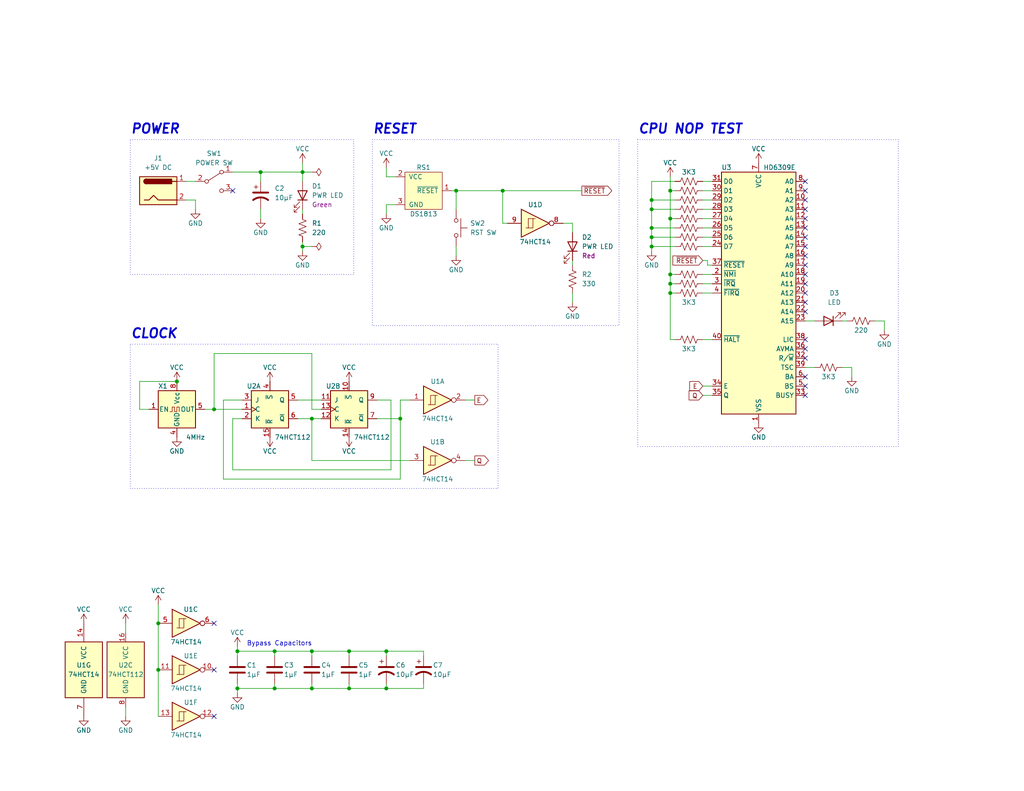
<source format=kicad_sch>
(kicad_sch (version 20230121) (generator eeschema)
  (paper "USLetter")
  (title_block (title "Power, Reset, Clock, and CPU NOP test circuit") (date "2024-01-02") (rev "1.0") (company "Frédéric Segard") (comment 1 "MicroHobbyist") (comment 2 "www.microhobbyist.com"))
  (lib_symbols
    (symbol "0_Library:DS1813" (pin_names (offset 1.016))
      (property "Reference" "RS" (at 0 2.54 0))
      (property "Value" "DS1813" (at 0 0 0))
      (symbol "DS1813_0_1"
        (rectangle (start 5.08 -1.27) (end -5.08 -11.43) (fill (type background)))
      )
      (symbol "DS1813_1_1"
        (pin output line (at 7.62 -6.35 180) (length 2.54) (name "~{RESET}") (number "1"))
        (pin input line (at -7.62 -2.54 0) (length 2.54) (name "VCC") (number "2"))
        (pin power_in line (at -7.62 -10.16 0) (length 2.54) (name "GND") (number "3"))
      )
    )
    (symbol "74xx:74LS112" (pin_names (offset 1.016))
      (property "Reference" "U" (at -7.62 8.89 0))
      (property "Value" "74LS112" (at -7.62 -8.89 0))
      (symbol "74LS112_1_0"
        (pin input clock (at -7.62 0 0) (length 2.54) (name "C") (number "1"))
        (pin input line (at 0 -7.62 90) (length 2.54) (name "~{R}") (number "15"))
        (pin input line (at -7.62 -2.54 0) (length 2.54) (name "K") (number "2"))
        (pin input line (at -7.62 2.54 0) (length 2.54) (name "J") (number "3"))
        (pin input line (at 0 7.62 270) (length 2.54) (name "~{S}") (number "4"))
        (pin output line (at 7.62 2.54 180) (length 2.54) (name "Q") (number "5"))
        (pin output line (at 7.62 -2.54 180) (length 2.54) (name "~{Q}") (number "6"))
      )
      (symbol "74LS112_1_1"
        (rectangle (start -5.08 5.08) (end 5.08 -5.08) (stroke (width 0.254)) (fill (type background)))
      )
      (symbol "74LS112_2_0"
        (pin input line (at 0 7.62 270) (length 2.54) (name "~{S}") (number "10"))
        (pin input line (at -7.62 2.54 0) (length 2.54) (name "J") (number "11"))
        (pin input line (at -7.62 -2.54 0) (length 2.54) (name "K") (number "12"))
        (pin input clock (at -7.62 0 0) (length 2.54) (name "C") (number "13"))
        (pin input line (at 0 -7.62 90) (length 2.54) (name "~{R}") (number "14"))
        (pin output line (at 7.62 -2.54 180) (length 2.54) (name "~{Q}") (number "7"))
        (pin output line (at 7.62 2.54 180) (length 2.54) (name "Q") (number "9"))
      )
      (symbol "74LS112_2_1"
        (rectangle (start -5.08 5.08) (end 5.08 -5.08) (stroke (width 0.254)) (fill (type background)))
      )
      (symbol "74LS112_3_0"
        (pin power_in line (at 0 10.16 270) (length 2.54) (name "VCC") (number "16"))
        (pin power_in line (at 0 -10.16 90) (length 2.54) (name "GND") (number "8"))
      )
      (symbol "74LS112_3_1"
        (rectangle (start -5.08 7.62) (end 5.08 -7.62) (stroke (width 0.254)) (fill (type background)))
      )
    )
    (symbol "74xx:74LS14" (pin_names (offset 1.016))
      (property "Reference" "U" (at 0 1.27 0))
      (property "Value" "74LS14" (at 0 -1.27 0))
      (symbol "74LS14_1_0"
        (polyline (pts (xy -3.81 3.81) (xy -3.81 -3.81) (xy 3.81 0) (xy -3.81 3.81)) (stroke (width 0.254)) (fill (type background)))
        (pin input line (at -7.62 0 0) (length 3.81) (name "~") (number "1"))
        (pin output inverted (at 7.62 0 180) (length 3.81) (name "~") (number "2"))
      )
      (symbol "74LS14_1_1"
        (polyline (pts (xy -1.905 -1.27) (xy -1.905 1.27) (xy -0.635 1.27)))
        (polyline (pts (xy -2.54 -1.27) (xy -0.635 -1.27) (xy -0.635 1.27) (xy 0 1.27)))
      )
      (symbol "74LS14_2_0"
        (polyline (pts (xy -3.81 3.81) (xy -3.81 -3.81) (xy 3.81 0) (xy -3.81 3.81)) (stroke (width 0.254)) (fill (type background)))
        (pin input line (at -7.62 0 0) (length 3.81) (name "~") (number "3"))
        (pin output inverted (at 7.62 0 180) (length 3.81) (name "~") (number "4"))
      )
      (symbol "74LS14_2_1"
        (polyline (pts (xy -1.905 -1.27) (xy -1.905 1.27) (xy -0.635 1.27)))
        (polyline (pts (xy -2.54 -1.27) (xy -0.635 -1.27) (xy -0.635 1.27) (xy 0 1.27)))
      )
      (symbol "74LS14_3_0"
        (polyline (pts (xy -3.81 3.81) (xy -3.81 -3.81) (xy 3.81 0) (xy -3.81 3.81)) (stroke (width 0.254)) (fill (type background)))
        (pin input line (at -7.62 0 0) (length 3.81) (name "~") (number "5"))
        (pin output inverted (at 7.62 0 180) (length 3.81) (name "~") (number "6"))
      )
      (symbol "74LS14_3_1"
        (polyline (pts (xy -1.905 -1.27) (xy -1.905 1.27) (xy -0.635 1.27)))
        (polyline (pts (xy -2.54 -1.27) (xy -0.635 -1.27) (xy -0.635 1.27) (xy 0 1.27)))
      )
      (symbol "74LS14_4_0"
        (polyline (pts (xy -3.81 3.81) (xy -3.81 -3.81) (xy 3.81 0) (xy -3.81 3.81)) (stroke (width 0.254)) (fill (type background)))
        (pin output inverted (at 7.62 0 180) (length 3.81) (name "~") (number "8"))
        (pin input line (at -7.62 0 0) (length 3.81) (name "~") (number "9"))
      )
      (symbol "74LS14_4_1"
        (polyline (pts (xy -1.905 -1.27) (xy -1.905 1.27) (xy -0.635 1.27)))
        (polyline (pts (xy -2.54 -1.27) (xy -0.635 -1.27) (xy -0.635 1.27) (xy 0 1.27)))
      )
      (symbol "74LS14_5_0"
        (polyline (pts (xy -3.81 3.81) (xy -3.81 -3.81) (xy 3.81 0) (xy -3.81 3.81)) (stroke (width 0.254)) (fill (type background)))
        (pin output inverted (at 7.62 0 180) (length 3.81) (name "~") (number "10"))
        (pin input line (at -7.62 0 0) (length 3.81) (name "~") (number "11"))
      )
      (symbol "74LS14_5_1"
        (polyline (pts (xy -1.905 -1.27) (xy -1.905 1.27) (xy -0.635 1.27)))
        (polyline (pts (xy -2.54 -1.27) (xy -0.635 -1.27) (xy -0.635 1.27) (xy 0 1.27)))
      )
      (symbol "74LS14_6_0"
        (polyline (pts (xy -3.81 3.81) (xy -3.81 -3.81) (xy 3.81 0) (xy -3.81 3.81)) (stroke (width 0.254)) (fill (type background)))
        (pin output inverted (at 7.62 0 180) (length 3.81) (name "~") (number "12"))
        (pin input line (at -7.62 0 0) (length 3.81) (name "~") (number "13"))
      )
      (symbol "74LS14_6_1"
        (polyline (pts (xy -1.905 -1.27) (xy -1.905 1.27) (xy -0.635 1.27)))
        (polyline (pts (xy -2.54 -1.27) (xy -0.635 -1.27) (xy -0.635 1.27) (xy 0 1.27)))
      )
      (symbol "74LS14_7_0"
        (pin power_in line (at 0 12.7 270) (length 5.08) (name "VCC") (number "14"))
        (pin power_in line (at 0 -12.7 90) (length 5.08) (name "GND") (number "7"))
      )
      (symbol "74LS14_7_1"
        (rectangle (start -5.08 7.62) (end 5.08 -7.62) (stroke (width 0.254)) (fill (type background)))
      )
    )
    (symbol "CPU_NXP_6800:MC6809E"
      (property "Reference" "U" (at -7.62 34.544 0))
      (property "Value" "MC6809E" (at 10.16 34.544 0))
      (symbol "MC6809E_0_1"
        (rectangle (start -10.16 -33.02) (end 10.16 33.02) (stroke (width 0.254)) (fill (type background)))
      )
      (symbol "MC6809E_1_1"
        (pin power_in line (at 0 -35.56 90) (length 2.54) (name "VSS") (number "1"))
        (pin output line (at 12.7 25.4 180) (length 2.54) (name "A2") (number "10"))
        (pin output line (at 12.7 22.86 180) (length 2.54) (name "A3") (number "11"))
        (pin output line (at 12.7 20.32 180) (length 2.54) (name "A4") (number "12"))
        (pin output line (at 12.7 17.78 180) (length 2.54) (name "A5") (number "13"))
        (pin output line (at 12.7 15.24 180) (length 2.54) (name "A6") (number "14"))
        (pin output line (at 12.7 12.7 180) (length 2.54) (name "A7") (number "15"))
        (pin output line (at 12.7 10.16 180) (length 2.54) (name "A8") (number "16"))
        (pin output line (at 12.7 7.62 180) (length 2.54) (name "A9") (number "17"))
        (pin output line (at 12.7 5.08 180) (length 2.54) (name "A10") (number "18"))
        (pin output line (at 12.7 2.54 180) (length 2.54) (name "A11") (number "19"))
        (pin input line (at -12.7 5.08 0) (length 2.54) (name "~{NMI}") (number "2"))
        (pin output line (at 12.7 0 180) (length 2.54) (name "A12") (number "20"))
        (pin output line (at 12.7 -2.54 180) (length 2.54) (name "A13") (number "21"))
        (pin output line (at 12.7 -5.08 180) (length 2.54) (name "A14") (number "22"))
        (pin output line (at 12.7 -7.62 180) (length 2.54) (name "A15") (number "23"))
        (pin bidirectional line (at -12.7 12.7 0) (length 2.54) (name "D7") (number "24"))
        (pin bidirectional line (at -12.7 15.24 0) (length 2.54) (name "D6") (number "25"))
        (pin bidirectional line (at -12.7 17.78 0) (length 2.54) (name "D5") (number "26"))
        (pin bidirectional line (at -12.7 20.32 0) (length 2.54) (name "D4") (number "27"))
        (pin bidirectional line (at -12.7 22.86 0) (length 2.54) (name "D3") (number "28"))
        (pin bidirectional line (at -12.7 25.4 0) (length 2.54) (name "D2") (number "29"))
        (pin input line (at -12.7 2.54 0) (length 2.54) (name "~{IRQ}") (number "3"))
        (pin bidirectional line (at -12.7 27.94 0) (length 2.54) (name "D1") (number "30"))
        (pin bidirectional line (at -12.7 30.48 0) (length 2.54) (name "D0") (number "31"))
        (pin output line (at 12.7 -17.78 180) (length 2.54) (name "R/~{W}") (number "32"))
        (pin output line (at 12.7 -27.94 180) (length 2.54) (name "BUSY") (number "33"))
        (pin input line (at -12.7 -25.4 0) (length 2.54) (name "E") (number "34"))
        (pin input line (at -12.7 -27.94 0) (length 2.54) (name "Q") (number "35"))
        (pin output line (at 12.7 -15.24 180) (length 2.54) (name "AVMA") (number "36"))
        (pin input line (at -12.7 7.62 0) (length 2.54) (name "~{RESET}") (number "37"))
        (pin output line (at 12.7 -12.7 180) (length 2.54) (name "LIC") (number "38"))
        (pin output line (at 12.7 -20.32 180) (length 2.54) (name "TSC") (number "39"))
        (pin input line (at -12.7 0 0) (length 2.54) (name "~{FIRQ}") (number "4"))
        (pin input line (at -12.7 -12.7 0) (length 2.54) (name "~{HALT}") (number "40"))
        (pin output line (at 12.7 -25.4 180) (length 2.54) (name "BS") (number "5"))
        (pin output line (at 12.7 -22.86 180) (length 2.54) (name "BA") (number "6"))
        (pin power_in line (at 0 35.56 270) (length 2.54) (name "VCC") (number "7"))
        (pin output line (at 12.7 30.48 180) (length 2.54) (name "A0") (number "8"))
        (pin output line (at 12.7 27.94 180) (length 2.54) (name "A1") (number "9"))
      )
    )
    (symbol "Connector:Barrel_Jack" (pin_names (offset 1.016))
      (property "Reference" "J" (at 0 5.334 0))
      (property "Value" "Barrel_Jack" (at 0 -5.08 0))
      (symbol "Barrel_Jack_0_1"
        (rectangle (start -5.08 3.81) (end 5.08 -3.81) (stroke (width 0.254)) (fill (type background)))
        (arc (start -3.302 3.175) (mid -3.9343 2.54) (end -3.302 1.905) (stroke (width 0.254)))
        (arc (start -3.302 3.175) (mid -3.9343 2.54) (end -3.302 1.905) (stroke (width 0.254)) (fill (type outline)))
        (polyline (pts (xy 5.08 2.54) (xy 3.81 2.54)) (stroke (width 0.254)))
        (polyline (pts (xy -3.81 -2.54) (xy -2.54 -2.54) (xy -1.27 -1.27) (xy 0 -2.54) (xy 2.54 -2.54) (xy 5.08 -2.54)) (stroke (width 0.254)))
        (rectangle (start 3.683 3.175) (end -3.302 1.905) (stroke (width 0.254)) (fill (type outline)))
      )
      (symbol "Barrel_Jack_1_1"
        (pin passive line (at 7.62 2.54 180) (length 2.54) (name "~") (number "1"))
        (pin passive line (at 7.62 -2.54 180) (length 2.54) (name "~") (number "2"))
      )
    )
    (symbol "Device:C" (pin_numbers hide) (pin_names (offset 0.254))
      (property "Reference" "C" (at 0.635 2.54 0))
      (property "Value" "C" (at 0.635 -2.54 0))
      (symbol "C_0_1"
        (polyline (pts (xy -2.032 -0.762) (xy 2.032 -0.762)) (stroke (width 0.508)))
        (polyline (pts (xy -2.032 0.762) (xy 2.032 0.762)) (stroke (width 0.508)))
      )
      (symbol "C_1_1"
        (pin passive line (at 0 3.81 270) (length 2.794) (name "~") (number "1"))
        (pin passive line (at 0 -3.81 90) (length 2.794) (name "~") (number "2"))
      )
    )
    (symbol "Device:C_Polarized_US" (pin_numbers hide) (pin_names (offset 0.254) hide)
      (property "Reference" "C" (at 0.635 2.54 0))
      (property "Value" "C_Polarized_US" (at 0.635 -2.54 0))
      (symbol "C_Polarized_US_0_1"
        (polyline (pts (xy -2.032 0.762) (xy 2.032 0.762)) (stroke (width 0.508)))
        (polyline (pts (xy -1.778 2.286) (xy -0.762 2.286)))
        (polyline (pts (xy -1.27 1.778) (xy -1.27 2.794)))
        (arc (start 2.032 -1.27) (mid 0 -0.5572) (end -2.032 -1.27) (stroke (width 0.508)))
      )
      (symbol "C_Polarized_US_1_1"
        (pin passive line (at 0 3.81 270) (length 2.794) (name "~") (number "1"))
        (pin passive line (at 0 -3.81 90) (length 3.302) (name "~") (number "2"))
      )
    )
    (symbol "Device:LED" (pin_numbers hide) (pin_names (offset 1.016) hide)
      (property "Reference" "D" (at 0 2.54 0))
      (property "Value" "LED" (at 0 -2.54 0))
      (symbol "LED_0_1"
        (polyline (pts (xy -1.27 -1.27) (xy -1.27 1.27)) (stroke (width 0.254)))
        (polyline (pts (xy -1.27 0) (xy 1.27 0)))
        (polyline (pts (xy 1.27 -1.27) (xy 1.27 1.27) (xy -1.27 0) (xy 1.27 -1.27)) (stroke (width 0.254)))
        (polyline (pts (xy -3.048 -0.762) (xy -4.572 -2.286) (xy -3.81 -2.286) (xy -4.572 -2.286) (xy -4.572 -1.524)))
        (polyline (pts (xy -1.778 -0.762) (xy -3.302 -2.286) (xy -2.54 -2.286) (xy -3.302 -2.286) (xy -3.302 -1.524)))
      )
      (symbol "LED_1_1"
        (pin passive line (at -3.81 0 0) (length 2.54) (name "K") (number "1"))
        (pin passive line (at 3.81 0 180) (length 2.54) (name "A") (number "2"))
      )
    )
    (symbol "Device:R_US" (pin_numbers hide) (pin_names (offset 0))
      (property "Reference" "R" (at 2.54 0 90))
      (property "Value" "R_US" (at -2.54 0 90))
      (symbol "R_US_0_1"
        (polyline (pts (xy 0 -2.286) (xy 0 -2.54)))
        (polyline (pts (xy 0 2.286) (xy 0 2.54)))
        (polyline (pts (xy 0 -0.762) (xy 1.016 -1.143) (xy 0 -1.524) (xy -1.016 -1.905) (xy 0 -2.286)))
        (polyline (pts (xy 0 0.762) (xy 1.016 0.381) (xy 0 0) (xy -1.016 -0.381) (xy 0 -0.762)))
        (polyline (pts (xy 0 2.286) (xy 1.016 1.905) (xy 0 1.524) (xy -1.016 1.143) (xy 0 0.762)))
      )
      (symbol "R_US_1_1"
        (pin passive line (at 0 3.81 270) (length 1.27) (name "~") (number "1"))
        (pin passive line (at 0 -3.81 90) (length 1.27) (name "~") (number "2"))
      )
    )
    (symbol "Oscillator:CXO_DIP8" (pin_names (offset 0.254))
      (property "Reference" "X" (at -5.08 6.35 0))
      (property "Value" "CXO_DIP8" (at 1.27 -6.35 0))
      (symbol "CXO_DIP8_0_1"
        (rectangle (start -5.08 5.08) (end 5.08 -5.08) (stroke (width 0.254)) (fill (type background)))
        (polyline (pts (xy -1.905 -0.635) (xy -1.27 -0.635) (xy -1.27 0.635) (xy -0.635 0.635) (xy -0.635 -0.635) (xy 0 -0.635) (xy 0 0.635) (xy 0.635 0.635) (xy 0.635 -0.635)))
      )
      (symbol "CXO_DIP8_1_1"
        (pin input line (at -7.62 0 0) (length 2.54) (name "EN") (number "1"))
        (pin power_in line (at 0 -7.62 90) (length 2.54) (name "GND") (number "4"))
        (pin output line (at 7.62 0 180) (length 2.54) (name "OUT") (number "5"))
        (pin power_in line (at 0 7.62 270) (length 2.54) (name "Vcc") (number "8"))
      )
    )
    (symbol "Switch:SW_Push" (pin_numbers hide) (pin_names (offset 1.016) hide)
      (property "Reference" "SW" (at 1.27 2.54 0))
      (property "Value" "SW_Push" (at 0 -1.524 0))
      (symbol "SW_Push_0_1"
        (circle (center -2.032 0) (radius 0.508))
        (polyline (pts (xy 0 1.27) (xy 0 3.048)))
        (polyline (pts (xy 2.54 1.27) (xy -2.54 1.27)))
        (circle (center 2.032 0) (radius 0.508))
        (pin passive line (at -5.08 0 0) (length 2.54) (name "1") (number "1"))
        (pin passive line (at 5.08 0 180) (length 2.54) (name "2") (number "2"))
      )
    )
    (symbol "Switch:SW_SPDT" (pin_names (offset 0) hide)
      (property "Reference" "SW" (at 0 4.318 0))
      (property "Value" "SW_SPDT" (at 0 -5.08 0))
      (symbol "SW_SPDT_0_0"
        (circle (center -2.032 0) (radius 0.508))
        (circle (center 2.032 -2.54) (radius 0.508))
      )
      (symbol "SW_SPDT_0_1"
        (polyline (pts (xy -1.524 0.254) (xy 1.651 2.286)))
        (circle (center 2.032 2.54) (radius 0.508))
      )
      (symbol "SW_SPDT_1_1"
        (pin passive line (at 5.08 2.54 180) (length 2.54) (name "A") (number "1"))
        (pin passive line (at -5.08 0 0) (length 2.54) (name "B") (number "2"))
        (pin passive line (at 5.08 -2.54 180) (length 2.54) (name "C") (number "3"))
      )
    )
    (symbol "power:GND" (power) (pin_names (offset 0))
      (property "Value" "GND" (at 0 -3.81 0))
      (symbol "GND_0_1"
        (polyline (pts (xy 0 0) (xy 0 -1.27) (xy 1.27 -1.27) (xy 0 -2.54) (xy -1.27 -1.27) (xy 0 -1.27)))
      )
      (symbol "GND_1_1"
        (pin power_in line (at 0 0 270) (length 0) hide (name "GND") (number "1"))
      )
    )
    (symbol "power:PWR_FLAG" (power) (pin_numbers hide) (pin_names (offset 0) hide)
      (property "Value" "PWR_FLAG" (at 0 3.81 0))
      (symbol "PWR_FLAG_0_0"
        (pin power_out line (at 0 0 90) (length 0) (name "pwr") (number "1"))
      )
      (symbol "PWR_FLAG_0_1"
        (polyline (pts (xy 0 0) (xy 0 1.27) (xy -1.016 1.905) (xy 0 2.54) (xy 1.016 1.905) (xy 0 1.27)))
      )
    )
    (symbol "power:VCC" (power) (pin_names (offset 0))
      (property "Value" "VCC" (at 0 3.81 0))
      (symbol "VCC_0_1"
        (polyline (pts (xy -0.762 1.27) (xy 0 2.54)))
        (polyline (pts (xy 0 0) (xy 0 2.54)))
        (polyline (pts (xy 0 2.54) (xy 0.762 1.27)))
      )
      (symbol "VCC_1_1"
        (pin power_in line (at 0 0 90) (length 0) hide (name "VCC") (number "1"))
      )
    )
  )
  (junction (at 182.88 77.47))
  (junction (at 105.41 187.96))
  (junction (at 124.46 52.07))
  (junction (at 85.09 177.8))
  (junction (at 177.8 54.61))
  (junction (at 85.09 187.96))
  (junction (at 58.42 111.76))
  (junction (at 85.09 114.3))
  (junction (at 105.41 177.8))
  (junction (at 82.55 46.99))
  (junction (at 109.22 114.3))
  (junction (at 43.18 182.88))
  (junction (at 177.8 64.77))
  (junction (at 74.93 187.96))
  (junction (at 64.77 187.96))
  (junction (at 95.25 177.8))
  (junction (at 137.16 52.07))
  (junction (at 177.8 67.31))
  (junction (at 95.25 187.96))
  (junction (at 43.18 170.18))
  (junction (at 48.26 104.14))
  (junction (at 82.55 67.31))
  (junction (at 177.8 57.15))
  (junction (at 182.88 80.01))
  (junction (at 64.77 177.8))
  (junction (at 177.8 62.23))
  (junction (at 71.12 46.99))
  (junction (at 182.88 52.07))
  (junction (at 74.93 177.8))
  (junction (at 182.88 59.69))
  (junction (at 182.88 74.93))
  (no_connect (at 58.42 182.88))
  (no_connect (at 219.71 72.39))
  (no_connect (at 219.71 102.87))
  (no_connect (at 58.42 195.58))
  (no_connect (at 219.71 85.09))
  (no_connect (at 219.71 105.41))
  (no_connect (at 219.71 49.53))
  (no_connect (at 219.71 67.31))
  (no_connect (at 219.71 97.79))
  (no_connect (at 219.71 69.85))
  (no_connect (at 58.42 170.18))
  (no_connect (at 219.71 92.71))
  (no_connect (at 219.71 54.61))
  (no_connect (at 219.71 80.01))
  (no_connect (at 219.71 57.15))
  (no_connect (at 219.71 107.95))
  (no_connect (at 219.71 52.07))
  (no_connect (at 219.71 59.69))
  (no_connect (at 219.71 74.93))
  (no_connect (at 219.71 62.23))
  (no_connect (at 219.71 64.77))
  (no_connect (at 219.71 77.47))
  (no_connect (at 63.5 52.07))
  (no_connect (at 219.71 95.25))
  (no_connect (at 219.71 82.55))
  (wire (pts (xy 43.18 165.1) (xy 43.18 170.18)))
  (wire (pts (xy 34.29 193.04) (xy 34.29 195.58)))
  (wire (pts (xy 43.18 170.18) (xy 43.18 182.88)))
  (wire (pts (xy 82.55 67.31) (xy 85.09 67.31)))
  (wire (pts (xy 127 125.73) (xy 129.54 125.73)))
  (wire (pts (xy 60.96 109.22) (xy 60.96 130.81)))
  (wire (pts (xy 82.55 46.99) (xy 71.12 46.99)))
  (wire (pts (xy 82.55 57.15) (xy 82.55 58.42)))
  (wire (pts (xy 177.8 68.58) (xy 177.8 67.31)))
  (wire (pts (xy 191.77 71.12) (xy 193.04 71.12)))
  (wire (pts (xy 106.68 109.22) (xy 106.68 128.27)))
  (wire (pts (xy 102.87 109.22) (xy 106.68 109.22)))
  (wire (pts (xy 177.8 54.61) (xy 184.15 54.61)))
  (wire (pts (xy 191.77 62.23) (xy 194.31 62.23)))
  (wire (pts (xy 74.93 177.8) (xy 85.09 177.8)))
  (wire (pts (xy 82.55 46.99) (xy 82.55 49.53)))
  (wire (pts (xy 64.77 187.96) (xy 74.93 187.96)))
  (wire (pts (xy 177.8 62.23) (xy 177.8 64.77)))
  (wire (pts (xy 191.77 64.77) (xy 194.31 64.77)))
  (wire (pts (xy 191.77 77.47) (xy 194.31 77.47)))
  (wire (pts (xy 156.21 80.01) (xy 156.21 82.55)))
  (wire (pts (xy 109.22 114.3) (xy 102.87 114.3)))
  (wire (pts (xy 177.8 64.77) (xy 184.15 64.77)))
  (wire (pts (xy 95.25 177.8) (xy 95.25 179.07)))
  (wire (pts (xy 177.8 57.15) (xy 177.8 62.23)))
  (wire (pts (xy 106.68 128.27) (xy 63.5 128.27)))
  (wire (pts (xy 127 109.22) (xy 129.54 109.22)))
  (wire (pts (xy 105.41 177.8) (xy 105.41 179.07)))
  (wire (pts (xy 34.29 170.18) (xy 34.29 172.72)))
  (wire (pts (xy 238.76 87.63) (xy 241.3 87.63)))
  (wire (pts (xy 137.16 52.07) (xy 137.16 60.96)))
  (wire (pts (xy 107.95 48.26) (xy 105.41 48.26)))
  (wire (pts (xy 87.63 111.76) (xy 85.09 111.76)))
  (wire (pts (xy 191.77 54.61) (xy 194.31 54.61)))
  (wire (pts (xy 85.09 177.8) (xy 95.25 177.8)))
  (wire (pts (xy 191.77 57.15) (xy 194.31 57.15)))
  (wire (pts (xy 177.8 57.15) (xy 184.15 57.15)))
  (wire (pts (xy 58.42 111.76) (xy 66.04 111.76)))
  (wire (pts (xy 153.67 60.96) (xy 156.21 60.96)))
  (wire (pts (xy 82.55 44.45) (xy 82.55 46.99)))
  (wire (pts (xy 182.88 77.47) (xy 182.88 80.01)))
  (wire (pts (xy 50.8 54.61) (xy 53.34 54.61)))
  (wire (pts (xy 191.77 52.07) (xy 194.31 52.07)))
  (wire (pts (xy 177.8 64.77) (xy 177.8 67.31)))
  (wire (pts (xy 85.09 177.8) (xy 85.09 179.07)))
  (wire (pts (xy 64.77 187.96) (xy 64.77 189.23)))
  (wire (pts (xy 124.46 52.07) (xy 124.46 57.15)))
  (wire (pts (xy 182.88 74.93) (xy 184.15 74.93)))
  (wire (pts (xy 177.8 67.31) (xy 184.15 67.31)))
  (wire (pts (xy 115.57 187.96) (xy 105.41 187.96)))
  (wire (pts (xy 182.88 74.93) (xy 182.88 77.47)))
  (wire (pts (xy 191.77 107.95) (xy 194.31 107.95)))
  (wire (pts (xy 66.04 109.22) (xy 60.96 109.22)))
  (wire (pts (xy 64.77 186.69) (xy 64.77 187.96)))
  (wire (pts (xy 191.77 92.71) (xy 194.31 92.71)))
  (wire (pts (xy 105.41 48.26) (xy 105.41 45.72)))
  (wire (pts (xy 232.41 102.87) (xy 232.41 100.33)))
  (wire (pts (xy 184.15 92.71) (xy 182.88 92.71)))
  (wire (pts (xy 182.88 77.47) (xy 184.15 77.47)))
  (wire (pts (xy 177.8 54.61) (xy 177.8 57.15)))
  (wire (pts (xy 156.21 60.96) (xy 156.21 63.5)))
  (wire (pts (xy 71.12 57.15) (xy 71.12 59.69)))
  (wire (pts (xy 229.87 87.63) (xy 231.14 87.63)))
  (wire (pts (xy 64.77 177.8) (xy 74.93 177.8)))
  (wire (pts (xy 177.8 49.53) (xy 184.15 49.53)))
  (wire (pts (xy 74.93 186.69) (xy 74.93 187.96)))
  (wire (pts (xy 184.15 80.01) (xy 182.88 80.01)))
  (wire (pts (xy 115.57 179.07) (xy 115.57 177.8)))
  (wire (pts (xy 191.77 74.93) (xy 194.31 74.93)))
  (wire (pts (xy 82.55 67.31) (xy 82.55 68.58)))
  (wire (pts (xy 191.77 105.41) (xy 194.31 105.41)))
  (wire (pts (xy 74.93 177.8) (xy 74.93 179.07)))
  (wire (pts (xy 60.96 130.81) (xy 109.22 130.81)))
  (wire (pts (xy 105.41 187.96) (xy 95.25 187.96)))
  (wire (pts (xy 124.46 52.07) (xy 123.19 52.07)))
  (wire (pts (xy 222.25 100.33) (xy 219.71 100.33)))
  (wire (pts (xy 74.93 187.96) (xy 85.09 187.96)))
  (wire (pts (xy 109.22 130.81) (xy 109.22 114.3)))
  (wire (pts (xy 184.15 52.07) (xy 182.88 52.07)))
  (wire (pts (xy 43.18 182.88) (xy 43.18 195.58)))
  (wire (pts (xy 85.09 111.76) (xy 85.09 96.52)))
  (wire (pts (xy 182.88 48.26) (xy 182.88 52.07)))
  (wire (pts (xy 85.09 186.69) (xy 85.09 187.96)))
  (wire (pts (xy 85.09 125.73) (xy 85.09 114.3)))
  (wire (pts (xy 191.77 49.53) (xy 194.31 49.53)))
  (wire (pts (xy 109.22 109.22) (xy 111.76 109.22)))
  (wire (pts (xy 191.77 59.69) (xy 194.31 59.69)))
  (wire (pts (xy 81.28 109.22) (xy 87.63 109.22)))
  (wire (pts (xy 124.46 52.07) (xy 137.16 52.07)))
  (wire (pts (xy 177.8 62.23) (xy 184.15 62.23)))
  (wire (pts (xy 111.76 125.73) (xy 85.09 125.73)))
  (wire (pts (xy 81.28 114.3) (xy 85.09 114.3)))
  (wire (pts (xy 38.1 111.76) (xy 38.1 104.14)))
  (wire (pts (xy 232.41 100.33) (xy 229.87 100.33)))
  (wire (pts (xy 63.5 114.3) (xy 66.04 114.3)))
  (wire (pts (xy 138.43 60.96) (xy 137.16 60.96)))
  (wire (pts (xy 182.88 92.71) (xy 182.88 80.01)))
  (wire (pts (xy 124.46 67.31) (xy 124.46 69.85)))
  (wire (pts (xy 58.42 96.52) (xy 58.42 111.76)))
  (wire (pts (xy 38.1 104.14) (xy 48.26 104.14)))
  (wire (pts (xy 193.04 72.39) (xy 194.31 72.39)))
  (wire (pts (xy 177.8 49.53) (xy 177.8 54.61)))
  (wire (pts (xy 115.57 186.69) (xy 115.57 187.96)))
  (wire (pts (xy 85.09 187.96) (xy 95.25 187.96)))
  (wire (pts (xy 82.55 66.04) (xy 82.55 67.31)))
  (wire (pts (xy 241.3 87.63) (xy 241.3 90.17)))
  (wire (pts (xy 115.57 177.8) (xy 105.41 177.8)))
  (wire (pts (xy 219.71 87.63) (xy 222.25 87.63)))
  (wire (pts (xy 156.21 71.12) (xy 156.21 72.39)))
  (wire (pts (xy 40.64 111.76) (xy 38.1 111.76)))
  (wire (pts (xy 82.55 46.99) (xy 85.09 46.99)))
  (wire (pts (xy 191.77 80.01) (xy 194.31 80.01)))
  (wire (pts (xy 193.04 71.12) (xy 193.04 72.39)))
  (wire (pts (xy 137.16 52.07) (xy 158.75 52.07)))
  (wire (pts (xy 191.77 67.31) (xy 194.31 67.31)))
  (wire (pts (xy 105.41 177.8) (xy 95.25 177.8)))
  (wire (pts (xy 107.95 55.88) (xy 105.41 55.88)))
  (wire (pts (xy 63.5 128.27) (xy 63.5 114.3)))
  (wire (pts (xy 184.15 59.69) (xy 182.88 59.69)))
  (wire (pts (xy 64.77 177.8) (xy 64.77 179.07)))
  (wire (pts (xy 105.41 55.88) (xy 105.41 58.42)))
  (wire (pts (xy 63.5 46.99) (xy 71.12 46.99)))
  (wire (pts (xy 182.88 59.69) (xy 182.88 74.93)))
  (wire (pts (xy 53.34 54.61) (xy 53.34 57.15)))
  (wire (pts (xy 95.25 186.69) (xy 95.25 187.96)))
  (wire (pts (xy 109.22 109.22) (xy 109.22 114.3)))
  (wire (pts (xy 50.8 49.53) (xy 53.34 49.53)))
  (wire (pts (xy 64.77 176.53) (xy 64.77 177.8)))
  (wire (pts (xy 71.12 46.99) (xy 71.12 49.53)))
  (wire (pts (xy 85.09 96.52) (xy 58.42 96.52)))
  (wire (pts (xy 182.88 52.07) (xy 182.88 59.69)))
  (wire (pts (xy 55.88 111.76) (xy 58.42 111.76)))
  (wire (pts (xy 85.09 114.3) (xy 87.63 114.3)))
  (wire (pts (xy 105.41 186.69) (xy 105.41 187.96)))
  (rectangle (start 35.56 38.1) (end 96.52 74.93) (stroke (width 0) (type dot)))
  (rectangle (start 35.56 93.98) (end 135.89 133.35) (stroke (width 0) (type dot)))
  (rectangle (start 101.6 38.1) (end 168.91 88.9) (stroke (width 0) (type dot)))
  (rectangle (start 173.99 38.1) (end 245.11 121.92) (stroke (width 0) (type dot)))
  (text "RESET" (at 101.6 36.83 0) (effects (font (size 2.54 2.54) (thickness 0.508) bold italic) (justify left bottom)))
  (text "Bypass Capacitors" (at 67.31 176.53 0) (effects (font (size 1.27 1.27)) (justify left bottom)))
  (text "CLOCK" (at 35.56 92.71 0) (effects (font (size 2.54 2.54) (thickness 0.508) bold italic) (justify left bottom)))
  (text "CPU NOP TEST" (at 173.99 36.83 0) (effects (font (size 2.54 2.54) (thickness 0.508) bold italic) (justify left bottom)))
  (text "POWER" (at 35.56 36.83 0) (effects (font (size 2.54 2.54) (thickness 0.508) bold italic) (justify left bottom)))
  (global_label "Q" (shape input) (at 191.77 107.95 180) (property "Intersheetrefs" "${INTERSHEET_REFS}" (effects hide)))
  (global_label "~{RESET}" (shape output) (at 158.75 52.07 0) (property "Intersheetrefs" "${INTERSHEET_REFS}" (effects hide)))
  (global_label "E" (shape input) (at 191.77 105.41 180) (property "Intersheetrefs" "${INTERSHEET_REFS}" (effects hide)))
  (global_label "~{RESET}" (shape input) (at 191.77 71.12 180) (property "Intersheetrefs" "${INTERSHEET_REFS}" (effects hide)))
  (global_label "E" (shape output) (at 129.54 109.22 0) (property "Intersheetrefs" "${INTERSHEET_REFS}" (effects hide)))
  (global_label "Q" (shape output) (at 129.54 125.73 0) (property "Intersheetrefs" "${INTERSHEET_REFS}" (effects hide)))
  (symbol (lib_id "power:GND") (at 232.41 102.87 0) (unit 1)
    (property "Reference" "#PWR026" (effects hide))
    (property "Value" "GND" (at 232.41 106.68 0))
  )
  (symbol (lib_id "CPU_NXP_6800:MC6809E") (at 207.01 80.01 0) (unit 1)
    (property "Reference" "U3" (at 196.85 45.72 0) (effects (justify left)))
    (property "Value" "HD6309E" (at 208.28 45.72 0) (effects (justify left)))
    (property "Footprint" "Package_DIP:DIP-40_W15.24mm" (effects hide))
    (property "Datasheet" "http://pdf.datasheetcatalog.com/datasheet/motorola/MC68B09S.pdf" (effects hide))
  )
  (symbol (lib_id "Device:R_US") (at 156.21 76.2 0) (unit 1)
    (property "Reference" "R2" (at 158.75 74.93 0) (effects (justify left)))
    (property "Value" "330" (at 158.75 77.47 0) (effects (justify left)))
  )
  (symbol (lib_id "Device:C") (at 64.77 182.88 0) (unit 1)
    (property "Reference" "C1" (at 67.31 181.61 0) (effects (justify left)))
    (property "Value" "1µF" (at 67.31 184.15 0) (effects (justify left)))
  )
  (symbol (lib_id "Device:C_Polarized_US") (at 105.41 182.88 0) (unit 1)
    (property "Reference" "C6" (at 107.95 181.61 0) (effects (justify left)))
    (property "Value" "10µF" (at 107.95 184.15 0) (effects (justify left)))
  )
  (symbol (lib_id "power:GND") (at 34.29 195.58 0) (unit 1)
    (property "Reference" "#PWR04" (effects hide))
    (property "Value" "GND" (at 34.29 199.39 0))
  )
  (symbol (lib_id "power:PWR_FLAG") (at 85.09 67.31 270) (unit 1)
    (property "Reference" "#FLG02" (effects hide))
    (property "Value" "PWR_FLAG" (effects hide))
  )
  (symbol (lib_id "74xx:74LS14") (at 146.05 60.96 0) (unit 4)
    (property "Reference" "U1" (at 146.05 55.88 0))
    (property "Value" "74HCT14" (at 146.05 66.04 0))
    (property "Datasheet" "http://www.ti.com/lit/gpn/sn74LS14" (effects hide))
  )
  (symbol (lib_id "74xx:74LS14") (at 22.86 182.88 0) (unit 7)
    (property "Reference" "U1" (at 22.86 181.61 0))
    (property "Value" "74HCT14" (at 22.86 184.15 0))
    (property "Datasheet" "http://www.ti.com/lit/gpn/sn74LS14" (effects hide))
  )
  (symbol (lib_id "power:VCC") (at 95.25 104.14 0) (unit 1)
    (property "Reference" "#PWR016" (effects hide))
    (property "Value" "VCC" (at 95.25 100.33 0))
  )
  (symbol (lib_id "power:GND") (at 22.86 195.58 0) (unit 1)
    (property "Reference" "#PWR02" (effects hide))
    (property "Value" "GND" (at 22.86 199.39 0))
  )
  (symbol (lib_id "power:VCC") (at 95.25 119.38 180) (unit 1)
    (property "Reference" "#PWR017" (effects hide))
    (property "Value" "VCC" (at 95.25 123.19 0))
  )
  (symbol (lib_id "power:GND") (at 82.55 68.58 0) (unit 1)
    (property "Reference" "#PWR015" (effects hide))
    (property "Value" "GND" (at 82.55 72.39 0))
  )
  (symbol (lib_id "74xx:74LS14") (at 119.38 125.73 0) (unit 2)
    (property "Reference" "U1" (at 119.38 120.65 0))
    (property "Value" "74HCT14" (at 119.38 130.81 0))
    (property "Datasheet" "http://www.ti.com/lit/gpn/sn74LS14" (effects hide))
  )
  (symbol (lib_id "Device:LED") (at 226.06 87.63 180) (unit 1)
    (property "Reference" "D3" (at 227.6475 80.01 0))
    (property "Value" "LED" (at 227.6475 82.55 0))
  )
  (symbol (lib_id "Device:C_Polarized_US") (at 71.12 53.34 0) (unit 1)
    (property "Reference" "C2" (at 74.93 51.435 0) (effects (justify left)))
    (property "Value" "10µF" (at 74.93 53.975 0) (effects (justify left)))
  )
  (symbol (lib_id "Device:R_US") (at 187.96 74.93 90) (unit 1)
    (property "Reference" "R11" (effects hide))
    (property "Value" "3K3" (effects hide))
  )
  (symbol (lib_id "Device:R_US") (at 187.96 77.47 90) (unit 1)
    (property "Reference" "R12" (effects hide))
    (property "Value" "3K3" (effects hide))
  )
  (symbol (lib_id "Device:R_US") (at 187.96 62.23 90) (unit 1)
    (property "Reference" "R8" (effects hide))
    (property "Value" "3K3" (effects hide))
  )
  (symbol (lib_id "power:VCC") (at 22.86 170.18 0) (unit 1)
    (property "Reference" "#PWR01" (effects hide))
    (property "Value" "VCC" (at 22.86 166.37 0))
  )
  (symbol (lib_id "power:VCC") (at 82.55 44.45 0) (unit 1)
    (property "Reference" "#PWR014" (effects hide))
    (property "Value" "VCC" (at 82.55 40.64 0))
  )
  (symbol (lib_id "Switch:SW_Push") (at 124.46 62.23 270) (unit 1)
    (property "Reference" "SW2" (at 128.27 60.96 90) (effects (justify left)))
    (property "Value" "RST SW" (at 128.27 63.5 90) (effects (justify left)))
  )
  (symbol (lib_id "74xx:74LS112") (at 34.29 182.88 0) (unit 3)
    (property "Reference" "U2" (at 34.29 181.61 0))
    (property "Value" "74HCT112" (at 34.29 184.15 0))
    (property "Datasheet" "http://www.ti.com/lit/gpn/sn74LS112" (effects hide))
  )
  (symbol (lib_id "Device:LED") (at 82.55 53.34 270) (mirror x) (unit 1)
    (property "Reference" "D1" (at 85.09 50.8 90) (effects (justify left)))
    (property "Value" "PWR LED" (at 85.09 53.34 90) (effects (justify left)))
    (property "Color" "Green" (at 85.09 55.88 90) (effects (justify left)))
  )
  (symbol (lib_id "Connector:Barrel_Jack") (at 43.18 52.07 0) (unit 1)
    (property "Reference" "J1" (at 43.18 43.18 0))
    (property "Value" "+5V DC" (at 43.18 45.72 0))
  )
  (symbol (lib_id "Device:R_US") (at 187.96 67.31 90) (unit 1)
    (property "Reference" "R10" (effects hide))
    (property "Value" "3K3" (effects hide))
  )
  (symbol (lib_id "Device:R_US") (at 187.96 49.53 90) (unit 1)
    (property "Reference" "R3" (effects hide))
    (property "Value" "3K3" (at 187.96 46.99 90))
  )
  (symbol (lib_id "power:VCC") (at 73.66 104.14 0) (unit 1)
    (property "Reference" "#PWR012" (effects hide))
    (property "Value" "VCC" (at 73.66 100.33 0))
  )
  (symbol (lib_id "74xx:74LS14") (at 50.8 182.88 0) (unit 5)
    (property "Reference" "U1" (at 52.07 179.07 0))
    (property "Value" "74HCT14" (at 50.8 187.96 0))
    (property "Datasheet" "http://www.ti.com/lit/gpn/sn74LS14" (effects hide))
  )
  (symbol (lib_id "Oscillator:CXO_DIP8") (at 48.26 111.76 0) (unit 1)
    (property "Reference" "X1" (at 44.45 105.41 0))
    (property "Value" "4MHz" (at 53.34 119.38 0))
    (property "Footprint" "Oscillator:Oscillator_DIP-8" (effects hide))
    (property "Datasheet" "http://cdn-reichelt.de/documents/datenblatt/B400/OSZI.pdf" (effects hide))
  )
  (symbol (lib_id "74xx:74LS112") (at 95.25 111.76 0) (unit 2)
    (property "Reference" "U2" (at 88.9 105.41 0) (effects (justify left)))
    (property "Value" "74HCT112" (at 96.52 119.38 0) (effects (justify left)))
    (property "Datasheet" "http://www.ti.com/lit/gpn/sn74LS112" (effects hide))
  )
  (symbol (lib_id "power:VCC") (at 105.41 45.72 0) (unit 1)
    (property "Reference" "#PWR018" (effects hide))
    (property "Value" "VCC" (at 105.41 41.91 0))
  )
  (symbol (lib_id "power:GND") (at 241.3 90.17 0) (unit 1)
    (property "Reference" "#PWR027" (effects hide))
    (property "Value" "GND" (at 241.3 93.98 0))
  )
  (symbol (lib_id "power:GND") (at 156.21 82.55 0) (unit 1)
    (property "Reference" "#PWR021" (effects hide))
    (property "Value" "GND" (at 156.21 86.36 0))
  )
  (symbol (lib_id "power:GND") (at 105.41 58.42 0) (unit 1)
    (property "Reference" "#PWR019" (effects hide))
    (property "Value" "GND" (at 105.41 62.23 0))
  )
  (symbol (lib_id "power:VCC") (at 64.77 176.53 0) (unit 1)
    (property "Reference" "#PWR09" (effects hide))
    (property "Value" "VCC" (at 64.77 172.72 0))
  )
  (symbol (lib_id "74xx:74LS14") (at 119.38 109.22 0) (unit 1)
    (property "Reference" "U1" (at 119.38 104.14 0))
    (property "Value" "74HCT14" (at 119.38 114.3 0))
    (property "Datasheet" "http://www.ti.com/lit/gpn/sn74LS14" (effects hide))
  )
  (symbol (lib_id "Device:R_US") (at 226.06 100.33 90) (unit 1)
    (property "Reference" "R15" (effects hide))
    (property "Value" "3K3" (at 226.06 102.87 90))
  )
  (symbol (lib_id "Device:R_US") (at 187.96 52.07 90) (unit 1)
    (property "Reference" "R4" (effects hide))
    (property "Value" "3K3" (effects hide))
  )
  (symbol (lib_id "power:GND") (at 71.12 59.69 0) (unit 1)
    (property "Reference" "#PWR011" (effects hide))
    (property "Value" "GND" (at 71.12 63.5 0))
  )
  (symbol (lib_id "power:GND") (at 207.01 115.57 0) (unit 1)
    (property "Reference" "#PWR025" (effects hide))
    (property "Value" "GND" (at 207.01 119.38 0))
  )
  (symbol (lib_id "Device:R_US") (at 187.96 57.15 90) (unit 1)
    (property "Reference" "R6" (effects hide))
    (property "Value" "3K3" (effects hide))
  )
  (symbol (lib_id "power:VCC") (at 73.66 119.38 180) (unit 1)
    (property "Reference" "#PWR013" (effects hide))
    (property "Value" "VCC" (at 73.66 123.19 0))
  )
  (symbol (lib_id "Device:R_US") (at 187.96 54.61 90) (unit 1)
    (property "Reference" "R5" (effects hide))
    (property "Value" "3K3" (effects hide))
  )
  (symbol (lib_id "Switch:SW_SPDT") (at 58.42 49.53 0) (unit 1)
    (property "Reference" "SW1" (at 58.42 41.91 0))
    (property "Value" "POWER SW" (at 58.42 44.45 0))
  )
  (symbol (lib_id "power:VCC") (at 207.01 44.45 0) (unit 1)
    (property "Reference" "#PWR024" (effects hide))
    (property "Value" "VCC" (at 207.01 40.64 0))
  )
  (symbol (lib_id "Device:LED") (at 156.21 67.31 270) (mirror x) (unit 1)
    (property "Reference" "D2" (at 158.75 64.77 90) (effects (justify left)))
    (property "Value" "PWR LED" (at 158.75 67.31 90) (effects (justify left)))
    (property "Color" "Red" (at 158.75 69.85 90) (effects (justify left)))
  )
  (symbol (lib_id "74xx:74LS14") (at 50.8 170.18 0) (unit 3)
    (property "Reference" "U1" (at 52.07 166.37 0))
    (property "Value" "74HCT14" (at 50.8 175.26 0))
    (property "Datasheet" "http://www.ti.com/lit/gpn/sn74LS14" (effects hide))
  )
  (symbol (lib_id "Device:R_US") (at 187.96 59.69 90) (unit 1)
    (property "Reference" "R7" (effects hide))
    (property "Value" "3K3" (effects hide))
  )
  (symbol (lib_id "Device:R_US") (at 187.96 64.77 90) (unit 1)
    (property "Reference" "R9" (effects hide))
    (property "Value" "3K3" (effects hide))
  )
  (symbol (lib_id "Device:C") (at 74.93 182.88 0) (unit 1)
    (property "Reference" "C3" (at 77.47 181.61 0) (effects (justify left)))
    (property "Value" "1µF" (at 77.47 184.15 0) (effects (justify left)))
  )
  (symbol (lib_id "Device:C") (at 85.09 182.88 0) (unit 1)
    (property "Reference" "C4" (at 87.63 181.61 0) (effects (justify left)))
    (property "Value" "1µF" (at 87.63 184.15 0) (effects (justify left)))
  )
  (symbol (lib_id "power:GND") (at 48.26 119.38 0) (unit 1)
    (property "Reference" "#PWR07" (effects hide))
    (property "Value" "GND" (at 48.26 123.19 0))
  )
  (symbol (lib_id "Device:C_Polarized_US") (at 115.57 182.88 0) (unit 1)
    (property "Reference" "C7" (at 118.11 181.61 0) (effects (justify left)))
    (property "Value" "10µF" (at 118.11 184.15 0) (effects (justify left)))
  )
  (symbol (lib_id "power:GND") (at 177.8 68.58 0) (unit 1)
    (property "Reference" "#PWR022" (effects hide))
    (property "Value" "GND" (at 177.8 72.39 0))
  )
  (symbol (lib_id "power:VCC") (at 34.29 170.18 0) (unit 1)
    (property "Reference" "#PWR03" (effects hide))
    (property "Value" "VCC" (at 34.29 166.37 0))
  )
  (symbol (lib_id "74xx:74LS14") (at 50.8 195.58 0) (unit 6)
    (property "Reference" "U1" (at 52.07 191.77 0))
    (property "Value" "74HCT14" (at 50.8 200.66 0))
    (property "Datasheet" "http://www.ti.com/lit/gpn/sn74LS14" (effects hide))
  )
  (symbol (lib_id "Device:R_US") (at 187.96 92.71 90) (unit 1)
    (property "Reference" "R14" (effects hide))
    (property "Value" "3K3" (at 187.96 95.25 90))
  )
  (symbol (lib_id "power:VCC") (at 182.88 48.26 0) (unit 1)
    (property "Reference" "#PWR023" (effects hide))
    (property "Value" "VCC" (at 182.88 44.45 0))
  )
  (symbol (lib_id "Device:R_US") (at 234.95 87.63 90) (unit 1)
    (property "Reference" "R16" (effects hide))
    (property "Value" "220" (at 234.95 90.17 90))
  )
  (symbol (lib_id "Device:C") (at 95.25 182.88 0) (unit 1)
    (property "Reference" "C5" (at 97.79 181.61 0) (effects (justify left)))
    (property "Value" "1µF" (at 97.79 184.15 0) (effects (justify left)))
  )
  (symbol (lib_id "power:PWR_FLAG") (at 85.09 46.99 270) (unit 1)
    (property "Reference" "#FLG01" (effects hide))
    (property "Value" "PWR_FLAG" (effects hide))
  )
  (symbol (lib_id "power:VCC") (at 48.26 104.14 0) (unit 1)
    (property "Reference" "#PWR06" (effects hide))
    (property "Value" "VCC" (at 48.26 100.33 0))
  )
  (symbol (lib_id "power:GND") (at 53.34 57.15 0) (unit 1)
    (property "Reference" "#PWR08" (effects hide))
    (property "Value" "GND" (at 53.34 60.96 0))
  )
  (symbol (lib_id "74xx:74LS112") (at 73.66 111.76 0) (unit 1)
    (property "Reference" "U2" (at 67.31 105.41 0) (effects (justify left)))
    (property "Value" "74HCT112" (at 74.93 119.38 0) (effects (justify left)))
    (property "Datasheet" "http://www.ti.com/lit/gpn/sn74LS112" (effects hide))
  )
  (symbol (lib_id "Device:R_US") (at 187.96 80.01 90) (unit 1)
    (property "Reference" "R13" (effects hide))
    (property "Value" "3K3" (at 187.96 82.55 90))
  )
  (symbol (lib_id "power:GND") (at 124.46 69.85 0) (unit 1)
    (property "Reference" "#PWR020" (effects hide))
    (property "Value" "GND" (at 124.46 73.66 0))
  )
  (symbol (lib_id "Device:R_US") (at 82.55 62.23 0) (unit 1)
    (property "Reference" "R1" (at 85.09 60.96 0) (effects (justify left)))
    (property "Value" "220" (at 85.09 63.5 0) (effects (justify left)))
  )
  (symbol (lib_id "power:GND") (at 64.77 189.23 0) (unit 1)
    (property "Reference" "#PWR010" (effects hide))
    (property "Value" "GND" (at 64.77 193.04 0))
  )
  (symbol (lib_id "0_Library:DS1813") (at 115.57 45.72 0) (unit 1)
    (property "Reference" "RS1" (at 115.57 45.72 0))
    (property "Value" "DS1813" (at 115.57 58.42 0))
  )
  (symbol (lib_id "power:VCC") (at 43.18 165.1 0) (unit 1)
    (property "Reference" "#PWR05" (effects hide))
    (property "Value" "VCC" (at 43.18 161.29 0))
  )
)
</source>
